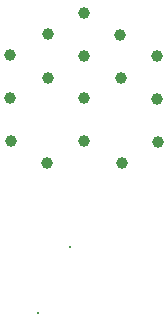
<source format=gbr>
%TF.GenerationSoftware,KiCad,Pcbnew,8.0.4*%
%TF.CreationDate,2025-04-27T23:41:50-04:00*%
%TF.ProjectId,HDW_BUSINESS_CARD,4844575f-4255-4534-994e-4553535f4341,rev?*%
%TF.SameCoordinates,Original*%
%TF.FileFunction,Plated,1,2,PTH,Drill*%
%TF.FilePolarity,Positive*%
%FSLAX46Y46*%
G04 Gerber Fmt 4.6, Leading zero omitted, Abs format (unit mm)*
G04 Created by KiCad (PCBNEW 8.0.4) date 2025-04-27 23:41:50*
%MOMM*%
%LPD*%
G01*
G04 APERTURE LIST*
%TA.AperFunction,ViaDrill*%
%ADD10C,0.300000*%
%TD*%
%TA.AperFunction,ComponentDrill*%
%ADD11C,1.000000*%
%TD*%
G04 APERTURE END LIST*
D10*
X70900000Y-89200000D03*
X73560000Y-83620000D03*
D11*
%TO.C,G\u002A\u002A\u002A*%
X68490000Y-67430000D03*
X68530000Y-71060000D03*
X68550000Y-74650000D03*
X71630000Y-76520000D03*
X71740000Y-69310000D03*
X71750000Y-65640000D03*
X74740000Y-74700000D03*
X74750000Y-63850000D03*
X74760000Y-71020000D03*
X74780000Y-67470000D03*
X77830000Y-65700000D03*
X77880000Y-69300000D03*
X77950000Y-76550000D03*
X80980000Y-67510000D03*
X80980000Y-71100000D03*
X81030000Y-74750000D03*
M02*

</source>
